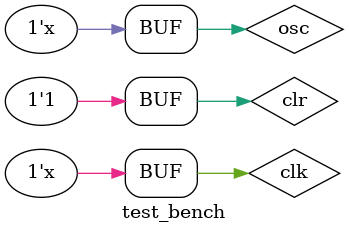
<source format=v>
module Dff1 (D, clk, Q, Qbar);
	input D, clk;
	output reg Q, Qbar;

	initial begin
		Q = 0;
		Qbar = 1;
	end

	always @(posedge clk) begin
		#1
		Q = D;
		#1
		Qbar = ~Q;
	end

endmodule

module HW6P1 (clk, Q);
	input clk;
	output [2:0] Q;

	wire Q2, Q2bar, Q1, Q1bar, Q0, Q0bar, D2, D1, D0;
	
	assign D0 = (~Q2 & Q1) | (Q2 & ~Q0);
	Dff1 C0 (D0, clk, Q0, Q0bar);

	assign D1 = Q2;	
	Dff1 C1 (D1, clk, Q1, Q1bar);
	
	assign D2 = (~Q2 & ~Q0) | (Q2 & ~Q1);	
	Dff1 C2 (D2, clk, Q2, Q2bar);
	
	assign Q[2] = Q2;
	assign Q[1] = Q1;
	assign Q[0] = Q0;

endmodule


module HW6P2 (clk, X, O);
	input clk, X;
	output O;	

	wire D1, D0, Q1, Q0, Q1bar, Q0bar;
	
	assign D0 = (~Q1 & ~Q0 & X) | (Q1 & Q0 & X) | (Q1 & ~Q0 & ~X);
	Dff1 C0 (D0, clk, Q0, Q0bar);

	assign D1 = (Q1 & ~Q0) | (~Q1 & Q0 & X);

	Dff1 C1 (D1, clk, Q1, Q1bar);
	
	assign O = Q1 & Q0;

endmodule


module test_bench ();

wire clr, clk;
reg osc;

reg [1:0] R;
reg SeqDtctinput;
integer num;

initial begin
osc = 0;
num = 0;
SeqDtctinput = 0;
end


always begin
#10 osc = ~osc;

num = (num >= 7 ) ? 0 : (num + 1);

if ((num % 2) == 0 )begin

	R = $random % 2;

	if (R > 0)
		SeqDtctinput = 1;
	else
		SeqDtctinput = 0;
end

end


assign clr=1;
assign clk=osc;

wire [2:0] HW6P1out;
HW6P1 HW6P1instance(clk, HW6P1out);

wire HW6P2out;
HW6P2 HW6P2instance(clk, SeqDtctinput, HW6P2out);

endmodule

</source>
